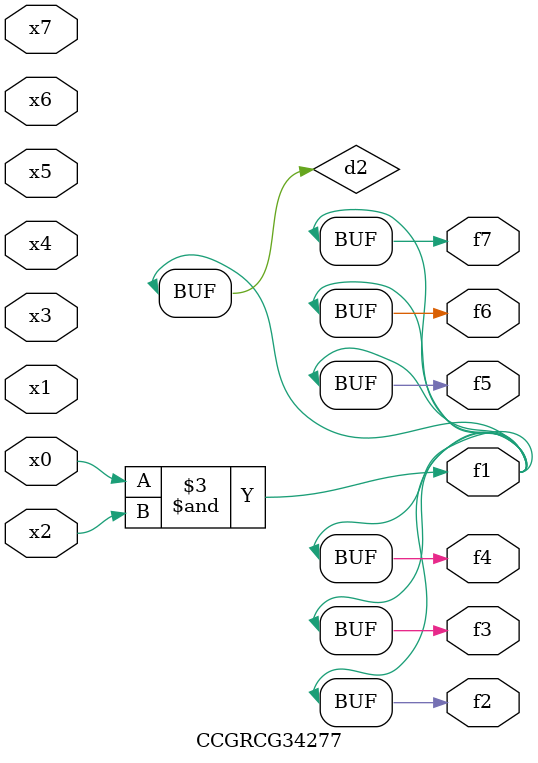
<source format=v>
module CCGRCG34277(
	input x0, x1, x2, x3, x4, x5, x6, x7,
	output f1, f2, f3, f4, f5, f6, f7
);

	wire d1, d2;

	nor (d1, x3, x6);
	and (d2, x0, x2);
	assign f1 = d2;
	assign f2 = d2;
	assign f3 = d2;
	assign f4 = d2;
	assign f5 = d2;
	assign f6 = d2;
	assign f7 = d2;
endmodule

</source>
